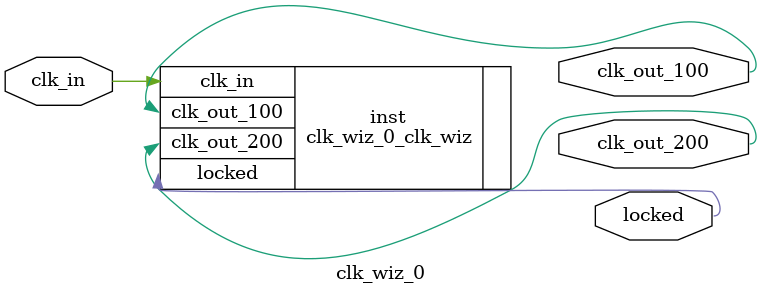
<source format=v>


`timescale 1ps/1ps

(* CORE_GENERATION_INFO = "clk_wiz_0,clk_wiz_v6_0_11_0_0,{component_name=clk_wiz_0,use_phase_alignment=true,use_min_o_jitter=false,use_max_i_jitter=false,use_dyn_phase_shift=false,use_inclk_switchover=false,use_dyn_reconfig=false,enable_axi=0,feedback_source=FDBK_AUTO,PRIMITIVE=MMCM,num_out_clk=2,clkin1_period=10.000,clkin2_period=10.000,use_power_down=false,use_reset=false,use_locked=true,use_inclk_stopped=false,feedback_type=SINGLE,CLOCK_MGR_TYPE=NA,manual_override=false}" *)

module clk_wiz_0 
 (
  // Clock out ports
  output        clk_out_100,
  output        clk_out_200,
  // Status and control signals
  output        locked,
 // Clock in ports
  input         clk_in
 );

  clk_wiz_0_clk_wiz inst
  (
  // Clock out ports  
  .clk_out_100(clk_out_100),
  .clk_out_200(clk_out_200),
  // Status and control signals               
  .locked(locked),
 // Clock in ports
  .clk_in(clk_in)
  );

endmodule

</source>
